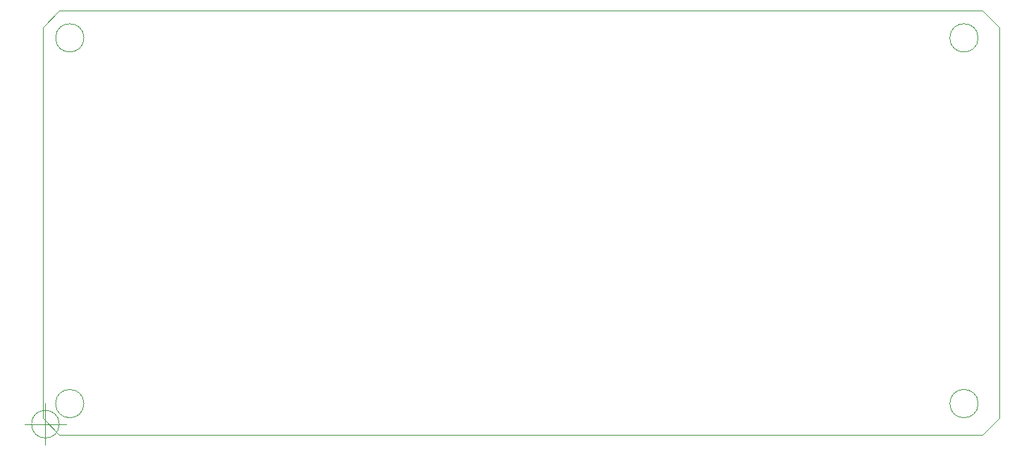
<source format=gm1>
%TF.GenerationSoftware,KiCad,Pcbnew,(5.1.6)-1*%
%TF.CreationDate,2022-10-31T22:29:44+09:00*%
%TF.ProjectId,watch,77617463-682e-46b6-9963-61645f706362,rev?*%
%TF.SameCoordinates,Original*%
%TF.FileFunction,Profile,NP*%
%FSLAX46Y46*%
G04 Gerber Fmt 4.6, Leading zero omitted, Abs format (unit mm)*
G04 Created by KiCad (PCBNEW (5.1.6)-1) date 2022-10-31 22:29:44*
%MOMM*%
%LPD*%
G01*
G04 APERTURE LIST*
%TA.AperFunction,Profile*%
%ADD10C,0.050000*%
%TD*%
G04 APERTURE END LIST*
D10*
X135000000Y-22000000D02*
X133000000Y-20000000D01*
X135000000Y-69000000D02*
X133000000Y-71000000D01*
X20000000Y-69000000D02*
X22000000Y-71000000D01*
X22000000Y-20000000D02*
X20000000Y-22000000D01*
X21986666Y-69723000D02*
G75*
G03*
X21986666Y-69723000I-1666666J0D01*
G01*
X17820000Y-69723000D02*
X22820000Y-69723000D01*
X20320000Y-67223000D02*
X20320000Y-72223000D01*
X132450000Y-67250000D02*
G75*
G03*
X132450000Y-67250000I-1700000J0D01*
G01*
X24950000Y-67250000D02*
G75*
G03*
X24950000Y-67250000I-1700000J0D01*
G01*
X24950000Y-23250000D02*
G75*
G03*
X24950000Y-23250000I-1700000J0D01*
G01*
X132450000Y-23250000D02*
G75*
G03*
X132450000Y-23250000I-1700000J0D01*
G01*
X22000000Y-71000000D02*
X133000000Y-71000000D01*
X135000000Y-22000000D02*
X135000000Y-69000000D01*
X20000000Y-22000000D02*
X20000000Y-69000000D01*
X22000000Y-20000000D02*
X133000000Y-20000000D01*
M02*

</source>
